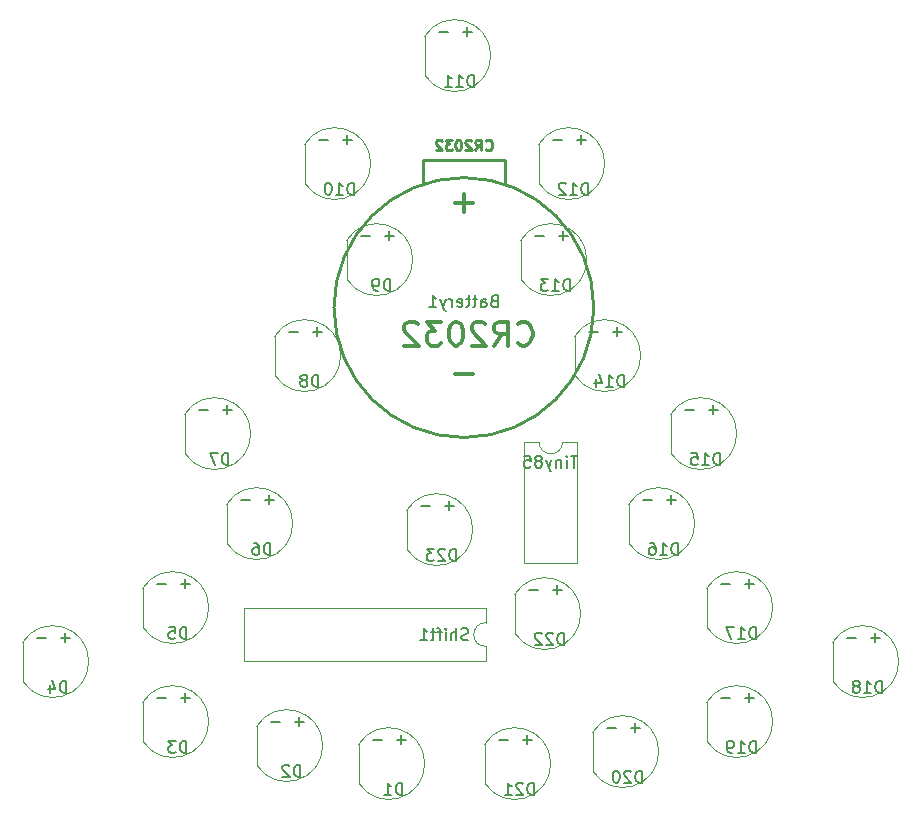
<source format=gbr>
G04 #@! TF.GenerationSoftware,KiCad,Pcbnew,(5.0.0)*
G04 #@! TF.CreationDate,2019-09-06T15:11:28-04:00*
G04 #@! TF.ProjectId,Christmas Tree,4368726973746D617320547265652E6B,rev?*
G04 #@! TF.SameCoordinates,Original*
G04 #@! TF.FileFunction,Legend,Bot*
G04 #@! TF.FilePolarity,Positive*
%FSLAX46Y46*%
G04 Gerber Fmt 4.6, Leading zero omitted, Abs format (unit mm)*
G04 Created by KiCad (PCBNEW (5.0.0)) date 09/06/19 15:11:28*
%MOMM*%
%LPD*%
G01*
G04 APERTURE LIST*
%ADD10C,0.220000*%
%ADD11C,0.250000*%
%ADD12C,0.120000*%
%ADD13C,0.150000*%
%ADD14C,0.300000*%
G04 APERTURE END LIST*
D10*
X134939809Y-79054285D02*
X134981714Y-79096190D01*
X135107428Y-79138095D01*
X135191238Y-79138095D01*
X135316952Y-79096190D01*
X135400761Y-79012380D01*
X135442666Y-78928571D01*
X135484571Y-78760952D01*
X135484571Y-78635238D01*
X135442666Y-78467619D01*
X135400761Y-78383809D01*
X135316952Y-78300000D01*
X135191238Y-78258095D01*
X135107428Y-78258095D01*
X134981714Y-78300000D01*
X134939809Y-78341904D01*
X134059809Y-79138095D02*
X134353142Y-78719047D01*
X134562666Y-79138095D02*
X134562666Y-78258095D01*
X134227428Y-78258095D01*
X134143619Y-78300000D01*
X134101714Y-78341904D01*
X134059809Y-78425714D01*
X134059809Y-78551428D01*
X134101714Y-78635238D01*
X134143619Y-78677142D01*
X134227428Y-78719047D01*
X134562666Y-78719047D01*
X133724571Y-78341904D02*
X133682666Y-78300000D01*
X133598857Y-78258095D01*
X133389333Y-78258095D01*
X133305523Y-78300000D01*
X133263619Y-78341904D01*
X133221714Y-78425714D01*
X133221714Y-78509523D01*
X133263619Y-78635238D01*
X133766476Y-79138095D01*
X133221714Y-79138095D01*
X132676952Y-78258095D02*
X132593142Y-78258095D01*
X132509333Y-78300000D01*
X132467428Y-78341904D01*
X132425523Y-78425714D01*
X132383619Y-78593333D01*
X132383619Y-78802857D01*
X132425523Y-78970476D01*
X132467428Y-79054285D01*
X132509333Y-79096190D01*
X132593142Y-79138095D01*
X132676952Y-79138095D01*
X132760761Y-79096190D01*
X132802666Y-79054285D01*
X132844571Y-78970476D01*
X132886476Y-78802857D01*
X132886476Y-78593333D01*
X132844571Y-78425714D01*
X132802666Y-78341904D01*
X132760761Y-78300000D01*
X132676952Y-78258095D01*
X132090285Y-78258095D02*
X131545523Y-78258095D01*
X131838857Y-78593333D01*
X131713142Y-78593333D01*
X131629333Y-78635238D01*
X131587428Y-78677142D01*
X131545523Y-78760952D01*
X131545523Y-78970476D01*
X131587428Y-79054285D01*
X131629333Y-79096190D01*
X131713142Y-79138095D01*
X131964571Y-79138095D01*
X132048380Y-79096190D01*
X132090285Y-79054285D01*
X131210285Y-78341904D02*
X131168380Y-78300000D01*
X131084571Y-78258095D01*
X130875047Y-78258095D01*
X130791238Y-78300000D01*
X130749333Y-78341904D01*
X130707428Y-78425714D01*
X130707428Y-78509523D01*
X130749333Y-78635238D01*
X131252190Y-79138095D01*
X130707428Y-79138095D01*
D11*
G04 #@! TO.C,Battery1*
X133096000Y-79956000D02*
X129596000Y-79956000D01*
X129596000Y-79956000D02*
X129596000Y-81956000D01*
X133096000Y-79956000D02*
X136096000Y-79956000D01*
X136096000Y-79956000D02*
X136596000Y-79956000D01*
X136596000Y-79956000D02*
X136596000Y-81956000D01*
X144096000Y-92456000D02*
G75*
G03X144096000Y-92456000I-11000000J0D01*
G01*
D12*
G04 #@! TO.C,D1*
X129785999Y-131065958D02*
G75*
G03X124186000Y-129424488I-3039999J1958D01*
G01*
X129785999Y-131062042D02*
G75*
G02X124186000Y-132703512I-3039999J-1958D01*
G01*
X124186000Y-129424488D02*
X124186000Y-132704488D01*
G04 #@! TO.C,D2*
X115550000Y-127900488D02*
X115550000Y-131180488D01*
X121149999Y-129538042D02*
G75*
G02X115550000Y-131179512I-3039999J-1958D01*
G01*
X121149999Y-129541958D02*
G75*
G03X115550000Y-127900488I-3039999J1958D01*
G01*
G04 #@! TO.C,D3*
X111497999Y-127509958D02*
G75*
G03X105898000Y-125868488I-3039999J1958D01*
G01*
X111497999Y-127506042D02*
G75*
G02X105898000Y-129147512I-3039999J-1958D01*
G01*
X105898000Y-125868488D02*
X105898000Y-129148488D01*
G04 #@! TO.C,D4*
X95738000Y-120788488D02*
X95738000Y-124068488D01*
X101337999Y-122426042D02*
G75*
G02X95738000Y-124067512I-3039999J-1958D01*
G01*
X101337999Y-122429958D02*
G75*
G03X95738000Y-120788488I-3039999J1958D01*
G01*
G04 #@! TO.C,D5*
X111497999Y-117857958D02*
G75*
G03X105898000Y-116216488I-3039999J1958D01*
G01*
X111497999Y-117854042D02*
G75*
G02X105898000Y-119495512I-3039999J-1958D01*
G01*
X105898000Y-116216488D02*
X105898000Y-119496488D01*
G04 #@! TO.C,D6*
X113010000Y-109104488D02*
X113010000Y-112384488D01*
X118609999Y-110742042D02*
G75*
G02X113010000Y-112383512I-3039999J-1958D01*
G01*
X118609999Y-110745958D02*
G75*
G03X113010000Y-109104488I-3039999J1958D01*
G01*
G04 #@! TO.C,D7*
X115053999Y-103125958D02*
G75*
G03X109454000Y-101484488I-3039999J1958D01*
G01*
X115053999Y-103122042D02*
G75*
G02X109454000Y-104763512I-3039999J-1958D01*
G01*
X109454000Y-101484488D02*
X109454000Y-104764488D01*
G04 #@! TO.C,D8*
X117074000Y-94880488D02*
X117074000Y-98160488D01*
X122673999Y-96518042D02*
G75*
G02X117074000Y-98159512I-3039999J-1958D01*
G01*
X122673999Y-96521958D02*
G75*
G03X117074000Y-94880488I-3039999J1958D01*
G01*
G04 #@! TO.C,D9*
X128769999Y-88393958D02*
G75*
G03X123170000Y-86752488I-3039999J1958D01*
G01*
X128769999Y-88390042D02*
G75*
G02X123170000Y-90031512I-3039999J-1958D01*
G01*
X123170000Y-86752488D02*
X123170000Y-90032488D01*
G04 #@! TO.C,D10*
X125213999Y-80265958D02*
G75*
G03X119614000Y-78624488I-3039999J1958D01*
G01*
X125213999Y-80262042D02*
G75*
G02X119614000Y-81903512I-3039999J-1958D01*
G01*
X119614000Y-78624488D02*
X119614000Y-81904488D01*
G04 #@! TO.C,D11*
X129774000Y-69480488D02*
X129774000Y-72760488D01*
X135373999Y-71118042D02*
G75*
G02X129774000Y-72759512I-3039999J-1958D01*
G01*
X135373999Y-71121958D02*
G75*
G03X129774000Y-69480488I-3039999J1958D01*
G01*
G04 #@! TO.C,D12*
X145025999Y-80265958D02*
G75*
G03X139426000Y-78624488I-3039999J1958D01*
G01*
X145025999Y-80262042D02*
G75*
G02X139426000Y-81903512I-3039999J-1958D01*
G01*
X139426000Y-78624488D02*
X139426000Y-81904488D01*
G04 #@! TO.C,D13*
X137902000Y-86752488D02*
X137902000Y-90032488D01*
X143501999Y-88390042D02*
G75*
G02X137902000Y-90031512I-3039999J-1958D01*
G01*
X143501999Y-88393958D02*
G75*
G03X137902000Y-86752488I-3039999J1958D01*
G01*
G04 #@! TO.C,D14*
X148073999Y-96521958D02*
G75*
G03X142474000Y-94880488I-3039999J1958D01*
G01*
X148073999Y-96518042D02*
G75*
G02X142474000Y-98159512I-3039999J-1958D01*
G01*
X142474000Y-94880488D02*
X142474000Y-98160488D01*
G04 #@! TO.C,D15*
X150602000Y-101484488D02*
X150602000Y-104764488D01*
X156201999Y-103122042D02*
G75*
G02X150602000Y-104763512I-3039999J-1958D01*
G01*
X156201999Y-103125958D02*
G75*
G03X150602000Y-101484488I-3039999J1958D01*
G01*
G04 #@! TO.C,D16*
X152645999Y-110745958D02*
G75*
G03X147046000Y-109104488I-3039999J1958D01*
G01*
X152645999Y-110742042D02*
G75*
G02X147046000Y-112383512I-3039999J-1958D01*
G01*
X147046000Y-109104488D02*
X147046000Y-112384488D01*
G04 #@! TO.C,D17*
X153650000Y-116216488D02*
X153650000Y-119496488D01*
X159249999Y-117854042D02*
G75*
G02X153650000Y-119495512I-3039999J-1958D01*
G01*
X159249999Y-117857958D02*
G75*
G03X153650000Y-116216488I-3039999J1958D01*
G01*
G04 #@! TO.C,D18*
X169917999Y-122429958D02*
G75*
G03X164318000Y-120788488I-3039999J1958D01*
G01*
X169917999Y-122426042D02*
G75*
G02X164318000Y-124067512I-3039999J-1958D01*
G01*
X164318000Y-120788488D02*
X164318000Y-124068488D01*
G04 #@! TO.C,D19*
X153650000Y-125868488D02*
X153650000Y-129148488D01*
X159249999Y-127506042D02*
G75*
G02X153650000Y-129147512I-3039999J-1958D01*
G01*
X159249999Y-127509958D02*
G75*
G03X153650000Y-125868488I-3039999J1958D01*
G01*
G04 #@! TO.C,D20*
X149597999Y-130049958D02*
G75*
G03X143998000Y-128408488I-3039999J1958D01*
G01*
X149597999Y-130046042D02*
G75*
G02X143998000Y-131687512I-3039999J-1958D01*
G01*
X143998000Y-128408488D02*
X143998000Y-131688488D01*
G04 #@! TO.C,D21*
X134854000Y-129424488D02*
X134854000Y-132704488D01*
X140453999Y-131062042D02*
G75*
G02X134854000Y-132703512I-3039999J-1958D01*
G01*
X140453999Y-131065958D02*
G75*
G03X134854000Y-129424488I-3039999J1958D01*
G01*
G04 #@! TO.C,D22*
X137394000Y-116724488D02*
X137394000Y-120004488D01*
X142993999Y-118362042D02*
G75*
G02X137394000Y-120003512I-3039999J-1958D01*
G01*
X142993999Y-118365958D02*
G75*
G03X137394000Y-116724488I-3039999J1958D01*
G01*
G04 #@! TO.C,D23*
X133849999Y-111253958D02*
G75*
G03X128250000Y-109612488I-3039999J1958D01*
G01*
X133849999Y-111250042D02*
G75*
G02X128250000Y-112891512I-3039999J-1958D01*
G01*
X128250000Y-109612488D02*
X128250000Y-112892488D01*
G04 #@! TO.C,Shift1*
X134934000Y-119142000D02*
G75*
G03X134934000Y-121142000I0J-1000000D01*
G01*
X134934000Y-121142000D02*
X134934000Y-122392000D01*
X134934000Y-122392000D02*
X114494000Y-122392000D01*
X114494000Y-122392000D02*
X114494000Y-117892000D01*
X114494000Y-117892000D02*
X134934000Y-117892000D01*
X134934000Y-117892000D02*
X134934000Y-119142000D01*
G04 #@! TO.C,Tiny85*
X138212000Y-103826000D02*
X139462000Y-103826000D01*
X138212000Y-114106000D02*
X138212000Y-103826000D01*
X142712000Y-114106000D02*
X138212000Y-114106000D01*
X142712000Y-103826000D02*
X142712000Y-114106000D01*
X141462000Y-103826000D02*
X142712000Y-103826000D01*
X139462000Y-103826000D02*
G75*
G03X141462000Y-103826000I1000000J0D01*
G01*
G04 #@! TO.C,Battery1*
D13*
X135643619Y-91884571D02*
X135500761Y-91932190D01*
X135453142Y-91979809D01*
X135405523Y-92075047D01*
X135405523Y-92217904D01*
X135453142Y-92313142D01*
X135500761Y-92360761D01*
X135596000Y-92408380D01*
X135976952Y-92408380D01*
X135976952Y-91408380D01*
X135643619Y-91408380D01*
X135548380Y-91456000D01*
X135500761Y-91503619D01*
X135453142Y-91598857D01*
X135453142Y-91694095D01*
X135500761Y-91789333D01*
X135548380Y-91836952D01*
X135643619Y-91884571D01*
X135976952Y-91884571D01*
X134548380Y-92408380D02*
X134548380Y-91884571D01*
X134596000Y-91789333D01*
X134691238Y-91741714D01*
X134881714Y-91741714D01*
X134976952Y-91789333D01*
X134548380Y-92360761D02*
X134643619Y-92408380D01*
X134881714Y-92408380D01*
X134976952Y-92360761D01*
X135024571Y-92265523D01*
X135024571Y-92170285D01*
X134976952Y-92075047D01*
X134881714Y-92027428D01*
X134643619Y-92027428D01*
X134548380Y-91979809D01*
X134215047Y-91741714D02*
X133834095Y-91741714D01*
X134072190Y-91408380D02*
X134072190Y-92265523D01*
X134024571Y-92360761D01*
X133929333Y-92408380D01*
X133834095Y-92408380D01*
X133643619Y-91741714D02*
X133262666Y-91741714D01*
X133500761Y-91408380D02*
X133500761Y-92265523D01*
X133453142Y-92360761D01*
X133357904Y-92408380D01*
X133262666Y-92408380D01*
X132548380Y-92360761D02*
X132643619Y-92408380D01*
X132834095Y-92408380D01*
X132929333Y-92360761D01*
X132976952Y-92265523D01*
X132976952Y-91884571D01*
X132929333Y-91789333D01*
X132834095Y-91741714D01*
X132643619Y-91741714D01*
X132548380Y-91789333D01*
X132500761Y-91884571D01*
X132500761Y-91979809D01*
X132976952Y-92075047D01*
X132072190Y-92408380D02*
X132072190Y-91741714D01*
X132072190Y-91932190D02*
X132024571Y-91836952D01*
X131976952Y-91789333D01*
X131881714Y-91741714D01*
X131786476Y-91741714D01*
X131548380Y-91741714D02*
X131310285Y-92408380D01*
X131072190Y-91741714D02*
X131310285Y-92408380D01*
X131405523Y-92646476D01*
X131453142Y-92694095D01*
X131548380Y-92741714D01*
X130167428Y-92408380D02*
X130738857Y-92408380D01*
X130453142Y-92408380D02*
X130453142Y-91408380D01*
X130548380Y-91551238D01*
X130643619Y-91646476D01*
X130738857Y-91694095D01*
D14*
X137670476Y-95484285D02*
X137765714Y-95579523D01*
X138051428Y-95674761D01*
X138241904Y-95674761D01*
X138527619Y-95579523D01*
X138718095Y-95389047D01*
X138813333Y-95198571D01*
X138908571Y-94817619D01*
X138908571Y-94531904D01*
X138813333Y-94150952D01*
X138718095Y-93960476D01*
X138527619Y-93770000D01*
X138241904Y-93674761D01*
X138051428Y-93674761D01*
X137765714Y-93770000D01*
X137670476Y-93865238D01*
X135670476Y-95674761D02*
X136337142Y-94722380D01*
X136813333Y-95674761D02*
X136813333Y-93674761D01*
X136051428Y-93674761D01*
X135860952Y-93770000D01*
X135765714Y-93865238D01*
X135670476Y-94055714D01*
X135670476Y-94341428D01*
X135765714Y-94531904D01*
X135860952Y-94627142D01*
X136051428Y-94722380D01*
X136813333Y-94722380D01*
X134908571Y-93865238D02*
X134813333Y-93770000D01*
X134622857Y-93674761D01*
X134146666Y-93674761D01*
X133956190Y-93770000D01*
X133860952Y-93865238D01*
X133765714Y-94055714D01*
X133765714Y-94246190D01*
X133860952Y-94531904D01*
X135003809Y-95674761D01*
X133765714Y-95674761D01*
X132527619Y-93674761D02*
X132337142Y-93674761D01*
X132146666Y-93770000D01*
X132051428Y-93865238D01*
X131956190Y-94055714D01*
X131860952Y-94436666D01*
X131860952Y-94912857D01*
X131956190Y-95293809D01*
X132051428Y-95484285D01*
X132146666Y-95579523D01*
X132337142Y-95674761D01*
X132527619Y-95674761D01*
X132718095Y-95579523D01*
X132813333Y-95484285D01*
X132908571Y-95293809D01*
X133003809Y-94912857D01*
X133003809Y-94436666D01*
X132908571Y-94055714D01*
X132813333Y-93865238D01*
X132718095Y-93770000D01*
X132527619Y-93674761D01*
X131194285Y-93674761D02*
X129956190Y-93674761D01*
X130622857Y-94436666D01*
X130337142Y-94436666D01*
X130146666Y-94531904D01*
X130051428Y-94627142D01*
X129956190Y-94817619D01*
X129956190Y-95293809D01*
X130051428Y-95484285D01*
X130146666Y-95579523D01*
X130337142Y-95674761D01*
X130908571Y-95674761D01*
X131099047Y-95579523D01*
X131194285Y-95484285D01*
X129194285Y-93865238D02*
X129099047Y-93770000D01*
X128908571Y-93674761D01*
X128432380Y-93674761D01*
X128241904Y-93770000D01*
X128146666Y-93865238D01*
X128051428Y-94055714D01*
X128051428Y-94246190D01*
X128146666Y-94531904D01*
X129289523Y-95674761D01*
X128051428Y-95674761D01*
X133857904Y-98098857D02*
X132334095Y-98098857D01*
X133857904Y-83598857D02*
X132334095Y-83598857D01*
X133096000Y-84360761D02*
X133096000Y-82836952D01*
G04 #@! TO.C,D1*
D13*
X127890495Y-133700780D02*
X127890495Y-132700780D01*
X127652400Y-132700780D01*
X127509542Y-132748400D01*
X127414304Y-132843638D01*
X127366685Y-132938876D01*
X127319066Y-133129352D01*
X127319066Y-133272209D01*
X127366685Y-133462685D01*
X127414304Y-133557923D01*
X127509542Y-133653161D01*
X127652400Y-133700780D01*
X127890495Y-133700780D01*
X126366685Y-133700780D02*
X126938114Y-133700780D01*
X126652400Y-133700780D02*
X126652400Y-132700780D01*
X126747638Y-132843638D01*
X126842876Y-132938876D01*
X126938114Y-132986495D01*
X128177752Y-129052628D02*
X127415847Y-129052628D01*
X127796800Y-129433580D02*
X127796800Y-128671676D01*
X126177752Y-129052628D02*
X125415847Y-129052628D01*
G04 #@! TO.C,D2*
X119254495Y-132176780D02*
X119254495Y-131176780D01*
X119016400Y-131176780D01*
X118873542Y-131224400D01*
X118778304Y-131319638D01*
X118730685Y-131414876D01*
X118683066Y-131605352D01*
X118683066Y-131748209D01*
X118730685Y-131938685D01*
X118778304Y-132033923D01*
X118873542Y-132129161D01*
X119016400Y-132176780D01*
X119254495Y-132176780D01*
X118302114Y-131272019D02*
X118254495Y-131224400D01*
X118159257Y-131176780D01*
X117921161Y-131176780D01*
X117825923Y-131224400D01*
X117778304Y-131272019D01*
X117730685Y-131367257D01*
X117730685Y-131462495D01*
X117778304Y-131605352D01*
X118349733Y-132176780D01*
X117730685Y-132176780D01*
X119541752Y-127528628D02*
X118779847Y-127528628D01*
X119160800Y-127909580D02*
X119160800Y-127147676D01*
X117541752Y-127528628D02*
X116779847Y-127528628D01*
G04 #@! TO.C,D3*
X109602495Y-130144780D02*
X109602495Y-129144780D01*
X109364400Y-129144780D01*
X109221542Y-129192400D01*
X109126304Y-129287638D01*
X109078685Y-129382876D01*
X109031066Y-129573352D01*
X109031066Y-129716209D01*
X109078685Y-129906685D01*
X109126304Y-130001923D01*
X109221542Y-130097161D01*
X109364400Y-130144780D01*
X109602495Y-130144780D01*
X108697733Y-129144780D02*
X108078685Y-129144780D01*
X108412019Y-129525733D01*
X108269161Y-129525733D01*
X108173923Y-129573352D01*
X108126304Y-129620971D01*
X108078685Y-129716209D01*
X108078685Y-129954304D01*
X108126304Y-130049542D01*
X108173923Y-130097161D01*
X108269161Y-130144780D01*
X108554876Y-130144780D01*
X108650114Y-130097161D01*
X108697733Y-130049542D01*
X109889752Y-125496628D02*
X109127847Y-125496628D01*
X109508800Y-125877580D02*
X109508800Y-125115676D01*
X107889752Y-125496628D02*
X107127847Y-125496628D01*
G04 #@! TO.C,D4*
X99442495Y-125064780D02*
X99442495Y-124064780D01*
X99204400Y-124064780D01*
X99061542Y-124112400D01*
X98966304Y-124207638D01*
X98918685Y-124302876D01*
X98871066Y-124493352D01*
X98871066Y-124636209D01*
X98918685Y-124826685D01*
X98966304Y-124921923D01*
X99061542Y-125017161D01*
X99204400Y-125064780D01*
X99442495Y-125064780D01*
X98013923Y-124398114D02*
X98013923Y-125064780D01*
X98252019Y-124017161D02*
X98490114Y-124731447D01*
X97871066Y-124731447D01*
X99729752Y-120416628D02*
X98967847Y-120416628D01*
X99348800Y-120797580D02*
X99348800Y-120035676D01*
X97729752Y-120416628D02*
X96967847Y-120416628D01*
G04 #@! TO.C,D5*
X109602495Y-120492780D02*
X109602495Y-119492780D01*
X109364400Y-119492780D01*
X109221542Y-119540400D01*
X109126304Y-119635638D01*
X109078685Y-119730876D01*
X109031066Y-119921352D01*
X109031066Y-120064209D01*
X109078685Y-120254685D01*
X109126304Y-120349923D01*
X109221542Y-120445161D01*
X109364400Y-120492780D01*
X109602495Y-120492780D01*
X108126304Y-119492780D02*
X108602495Y-119492780D01*
X108650114Y-119968971D01*
X108602495Y-119921352D01*
X108507257Y-119873733D01*
X108269161Y-119873733D01*
X108173923Y-119921352D01*
X108126304Y-119968971D01*
X108078685Y-120064209D01*
X108078685Y-120302304D01*
X108126304Y-120397542D01*
X108173923Y-120445161D01*
X108269161Y-120492780D01*
X108507257Y-120492780D01*
X108602495Y-120445161D01*
X108650114Y-120397542D01*
X109889752Y-115844628D02*
X109127847Y-115844628D01*
X109508800Y-116225580D02*
X109508800Y-115463676D01*
X107889752Y-115844628D02*
X107127847Y-115844628D01*
G04 #@! TO.C,D6*
X116714495Y-113380780D02*
X116714495Y-112380780D01*
X116476400Y-112380780D01*
X116333542Y-112428400D01*
X116238304Y-112523638D01*
X116190685Y-112618876D01*
X116143066Y-112809352D01*
X116143066Y-112952209D01*
X116190685Y-113142685D01*
X116238304Y-113237923D01*
X116333542Y-113333161D01*
X116476400Y-113380780D01*
X116714495Y-113380780D01*
X115285923Y-112380780D02*
X115476400Y-112380780D01*
X115571638Y-112428400D01*
X115619257Y-112476019D01*
X115714495Y-112618876D01*
X115762114Y-112809352D01*
X115762114Y-113190304D01*
X115714495Y-113285542D01*
X115666876Y-113333161D01*
X115571638Y-113380780D01*
X115381161Y-113380780D01*
X115285923Y-113333161D01*
X115238304Y-113285542D01*
X115190685Y-113190304D01*
X115190685Y-112952209D01*
X115238304Y-112856971D01*
X115285923Y-112809352D01*
X115381161Y-112761733D01*
X115571638Y-112761733D01*
X115666876Y-112809352D01*
X115714495Y-112856971D01*
X115762114Y-112952209D01*
X117001752Y-108732628D02*
X116239847Y-108732628D01*
X116620800Y-109113580D02*
X116620800Y-108351676D01*
X115001752Y-108732628D02*
X114239847Y-108732628D01*
G04 #@! TO.C,D7*
X113158495Y-105760780D02*
X113158495Y-104760780D01*
X112920400Y-104760780D01*
X112777542Y-104808400D01*
X112682304Y-104903638D01*
X112634685Y-104998876D01*
X112587066Y-105189352D01*
X112587066Y-105332209D01*
X112634685Y-105522685D01*
X112682304Y-105617923D01*
X112777542Y-105713161D01*
X112920400Y-105760780D01*
X113158495Y-105760780D01*
X112253733Y-104760780D02*
X111587066Y-104760780D01*
X112015638Y-105760780D01*
X113445752Y-101112628D02*
X112683847Y-101112628D01*
X113064800Y-101493580D02*
X113064800Y-100731676D01*
X111445752Y-101112628D02*
X110683847Y-101112628D01*
G04 #@! TO.C,D8*
X120778495Y-99156780D02*
X120778495Y-98156780D01*
X120540400Y-98156780D01*
X120397542Y-98204400D01*
X120302304Y-98299638D01*
X120254685Y-98394876D01*
X120207066Y-98585352D01*
X120207066Y-98728209D01*
X120254685Y-98918685D01*
X120302304Y-99013923D01*
X120397542Y-99109161D01*
X120540400Y-99156780D01*
X120778495Y-99156780D01*
X119635638Y-98585352D02*
X119730876Y-98537733D01*
X119778495Y-98490114D01*
X119826114Y-98394876D01*
X119826114Y-98347257D01*
X119778495Y-98252019D01*
X119730876Y-98204400D01*
X119635638Y-98156780D01*
X119445161Y-98156780D01*
X119349923Y-98204400D01*
X119302304Y-98252019D01*
X119254685Y-98347257D01*
X119254685Y-98394876D01*
X119302304Y-98490114D01*
X119349923Y-98537733D01*
X119445161Y-98585352D01*
X119635638Y-98585352D01*
X119730876Y-98632971D01*
X119778495Y-98680590D01*
X119826114Y-98775828D01*
X119826114Y-98966304D01*
X119778495Y-99061542D01*
X119730876Y-99109161D01*
X119635638Y-99156780D01*
X119445161Y-99156780D01*
X119349923Y-99109161D01*
X119302304Y-99061542D01*
X119254685Y-98966304D01*
X119254685Y-98775828D01*
X119302304Y-98680590D01*
X119349923Y-98632971D01*
X119445161Y-98585352D01*
X121065752Y-94508628D02*
X120303847Y-94508628D01*
X120684800Y-94889580D02*
X120684800Y-94127676D01*
X119065752Y-94508628D02*
X118303847Y-94508628D01*
G04 #@! TO.C,D9*
X126874495Y-91028780D02*
X126874495Y-90028780D01*
X126636400Y-90028780D01*
X126493542Y-90076400D01*
X126398304Y-90171638D01*
X126350685Y-90266876D01*
X126303066Y-90457352D01*
X126303066Y-90600209D01*
X126350685Y-90790685D01*
X126398304Y-90885923D01*
X126493542Y-90981161D01*
X126636400Y-91028780D01*
X126874495Y-91028780D01*
X125826876Y-91028780D02*
X125636400Y-91028780D01*
X125541161Y-90981161D01*
X125493542Y-90933542D01*
X125398304Y-90790685D01*
X125350685Y-90600209D01*
X125350685Y-90219257D01*
X125398304Y-90124019D01*
X125445923Y-90076400D01*
X125541161Y-90028780D01*
X125731638Y-90028780D01*
X125826876Y-90076400D01*
X125874495Y-90124019D01*
X125922114Y-90219257D01*
X125922114Y-90457352D01*
X125874495Y-90552590D01*
X125826876Y-90600209D01*
X125731638Y-90647828D01*
X125541161Y-90647828D01*
X125445923Y-90600209D01*
X125398304Y-90552590D01*
X125350685Y-90457352D01*
X127161752Y-86380628D02*
X126399847Y-86380628D01*
X126780800Y-86761580D02*
X126780800Y-85999676D01*
X125161752Y-86380628D02*
X124399847Y-86380628D01*
G04 #@! TO.C,D10*
X123794685Y-82900780D02*
X123794685Y-81900780D01*
X123556590Y-81900780D01*
X123413733Y-81948400D01*
X123318495Y-82043638D01*
X123270876Y-82138876D01*
X123223257Y-82329352D01*
X123223257Y-82472209D01*
X123270876Y-82662685D01*
X123318495Y-82757923D01*
X123413733Y-82853161D01*
X123556590Y-82900780D01*
X123794685Y-82900780D01*
X122270876Y-82900780D02*
X122842304Y-82900780D01*
X122556590Y-82900780D02*
X122556590Y-81900780D01*
X122651828Y-82043638D01*
X122747066Y-82138876D01*
X122842304Y-82186495D01*
X121651828Y-81900780D02*
X121556590Y-81900780D01*
X121461352Y-81948400D01*
X121413733Y-81996019D01*
X121366114Y-82091257D01*
X121318495Y-82281733D01*
X121318495Y-82519828D01*
X121366114Y-82710304D01*
X121413733Y-82805542D01*
X121461352Y-82853161D01*
X121556590Y-82900780D01*
X121651828Y-82900780D01*
X121747066Y-82853161D01*
X121794685Y-82805542D01*
X121842304Y-82710304D01*
X121889923Y-82519828D01*
X121889923Y-82281733D01*
X121842304Y-82091257D01*
X121794685Y-81996019D01*
X121747066Y-81948400D01*
X121651828Y-81900780D01*
X123605752Y-78252628D02*
X122843847Y-78252628D01*
X123224800Y-78633580D02*
X123224800Y-77871676D01*
X121605752Y-78252628D02*
X120843847Y-78252628D01*
G04 #@! TO.C,D11*
X133954685Y-73756780D02*
X133954685Y-72756780D01*
X133716590Y-72756780D01*
X133573733Y-72804400D01*
X133478495Y-72899638D01*
X133430876Y-72994876D01*
X133383257Y-73185352D01*
X133383257Y-73328209D01*
X133430876Y-73518685D01*
X133478495Y-73613923D01*
X133573733Y-73709161D01*
X133716590Y-73756780D01*
X133954685Y-73756780D01*
X132430876Y-73756780D02*
X133002304Y-73756780D01*
X132716590Y-73756780D02*
X132716590Y-72756780D01*
X132811828Y-72899638D01*
X132907066Y-72994876D01*
X133002304Y-73042495D01*
X131478495Y-73756780D02*
X132049923Y-73756780D01*
X131764209Y-73756780D02*
X131764209Y-72756780D01*
X131859447Y-72899638D01*
X131954685Y-72994876D01*
X132049923Y-73042495D01*
X133765752Y-69108628D02*
X133003847Y-69108628D01*
X133384800Y-69489580D02*
X133384800Y-68727676D01*
X131765752Y-69108628D02*
X131003847Y-69108628D01*
G04 #@! TO.C,D12*
X143606685Y-82900780D02*
X143606685Y-81900780D01*
X143368590Y-81900780D01*
X143225733Y-81948400D01*
X143130495Y-82043638D01*
X143082876Y-82138876D01*
X143035257Y-82329352D01*
X143035257Y-82472209D01*
X143082876Y-82662685D01*
X143130495Y-82757923D01*
X143225733Y-82853161D01*
X143368590Y-82900780D01*
X143606685Y-82900780D01*
X142082876Y-82900780D02*
X142654304Y-82900780D01*
X142368590Y-82900780D02*
X142368590Y-81900780D01*
X142463828Y-82043638D01*
X142559066Y-82138876D01*
X142654304Y-82186495D01*
X141701923Y-81996019D02*
X141654304Y-81948400D01*
X141559066Y-81900780D01*
X141320971Y-81900780D01*
X141225733Y-81948400D01*
X141178114Y-81996019D01*
X141130495Y-82091257D01*
X141130495Y-82186495D01*
X141178114Y-82329352D01*
X141749542Y-82900780D01*
X141130495Y-82900780D01*
X143417752Y-78252628D02*
X142655847Y-78252628D01*
X143036800Y-78633580D02*
X143036800Y-77871676D01*
X141417752Y-78252628D02*
X140655847Y-78252628D01*
G04 #@! TO.C,D13*
X142082685Y-91028780D02*
X142082685Y-90028780D01*
X141844590Y-90028780D01*
X141701733Y-90076400D01*
X141606495Y-90171638D01*
X141558876Y-90266876D01*
X141511257Y-90457352D01*
X141511257Y-90600209D01*
X141558876Y-90790685D01*
X141606495Y-90885923D01*
X141701733Y-90981161D01*
X141844590Y-91028780D01*
X142082685Y-91028780D01*
X140558876Y-91028780D02*
X141130304Y-91028780D01*
X140844590Y-91028780D02*
X140844590Y-90028780D01*
X140939828Y-90171638D01*
X141035066Y-90266876D01*
X141130304Y-90314495D01*
X140225542Y-90028780D02*
X139606495Y-90028780D01*
X139939828Y-90409733D01*
X139796971Y-90409733D01*
X139701733Y-90457352D01*
X139654114Y-90504971D01*
X139606495Y-90600209D01*
X139606495Y-90838304D01*
X139654114Y-90933542D01*
X139701733Y-90981161D01*
X139796971Y-91028780D01*
X140082685Y-91028780D01*
X140177923Y-90981161D01*
X140225542Y-90933542D01*
X141893752Y-86380628D02*
X141131847Y-86380628D01*
X141512800Y-86761580D02*
X141512800Y-85999676D01*
X139893752Y-86380628D02*
X139131847Y-86380628D01*
G04 #@! TO.C,D14*
X146654685Y-99156780D02*
X146654685Y-98156780D01*
X146416590Y-98156780D01*
X146273733Y-98204400D01*
X146178495Y-98299638D01*
X146130876Y-98394876D01*
X146083257Y-98585352D01*
X146083257Y-98728209D01*
X146130876Y-98918685D01*
X146178495Y-99013923D01*
X146273733Y-99109161D01*
X146416590Y-99156780D01*
X146654685Y-99156780D01*
X145130876Y-99156780D02*
X145702304Y-99156780D01*
X145416590Y-99156780D02*
X145416590Y-98156780D01*
X145511828Y-98299638D01*
X145607066Y-98394876D01*
X145702304Y-98442495D01*
X144273733Y-98490114D02*
X144273733Y-99156780D01*
X144511828Y-98109161D02*
X144749923Y-98823447D01*
X144130876Y-98823447D01*
X146465752Y-94508628D02*
X145703847Y-94508628D01*
X146084800Y-94889580D02*
X146084800Y-94127676D01*
X144465752Y-94508628D02*
X143703847Y-94508628D01*
G04 #@! TO.C,D15*
X154782685Y-105760780D02*
X154782685Y-104760780D01*
X154544590Y-104760780D01*
X154401733Y-104808400D01*
X154306495Y-104903638D01*
X154258876Y-104998876D01*
X154211257Y-105189352D01*
X154211257Y-105332209D01*
X154258876Y-105522685D01*
X154306495Y-105617923D01*
X154401733Y-105713161D01*
X154544590Y-105760780D01*
X154782685Y-105760780D01*
X153258876Y-105760780D02*
X153830304Y-105760780D01*
X153544590Y-105760780D02*
X153544590Y-104760780D01*
X153639828Y-104903638D01*
X153735066Y-104998876D01*
X153830304Y-105046495D01*
X152354114Y-104760780D02*
X152830304Y-104760780D01*
X152877923Y-105236971D01*
X152830304Y-105189352D01*
X152735066Y-105141733D01*
X152496971Y-105141733D01*
X152401733Y-105189352D01*
X152354114Y-105236971D01*
X152306495Y-105332209D01*
X152306495Y-105570304D01*
X152354114Y-105665542D01*
X152401733Y-105713161D01*
X152496971Y-105760780D01*
X152735066Y-105760780D01*
X152830304Y-105713161D01*
X152877923Y-105665542D01*
X154593752Y-101112628D02*
X153831847Y-101112628D01*
X154212800Y-101493580D02*
X154212800Y-100731676D01*
X152593752Y-101112628D02*
X151831847Y-101112628D01*
G04 #@! TO.C,D16*
X151226685Y-113380780D02*
X151226685Y-112380780D01*
X150988590Y-112380780D01*
X150845733Y-112428400D01*
X150750495Y-112523638D01*
X150702876Y-112618876D01*
X150655257Y-112809352D01*
X150655257Y-112952209D01*
X150702876Y-113142685D01*
X150750495Y-113237923D01*
X150845733Y-113333161D01*
X150988590Y-113380780D01*
X151226685Y-113380780D01*
X149702876Y-113380780D02*
X150274304Y-113380780D01*
X149988590Y-113380780D02*
X149988590Y-112380780D01*
X150083828Y-112523638D01*
X150179066Y-112618876D01*
X150274304Y-112666495D01*
X148845733Y-112380780D02*
X149036209Y-112380780D01*
X149131447Y-112428400D01*
X149179066Y-112476019D01*
X149274304Y-112618876D01*
X149321923Y-112809352D01*
X149321923Y-113190304D01*
X149274304Y-113285542D01*
X149226685Y-113333161D01*
X149131447Y-113380780D01*
X148940971Y-113380780D01*
X148845733Y-113333161D01*
X148798114Y-113285542D01*
X148750495Y-113190304D01*
X148750495Y-112952209D01*
X148798114Y-112856971D01*
X148845733Y-112809352D01*
X148940971Y-112761733D01*
X149131447Y-112761733D01*
X149226685Y-112809352D01*
X149274304Y-112856971D01*
X149321923Y-112952209D01*
X151037752Y-108732628D02*
X150275847Y-108732628D01*
X150656800Y-109113580D02*
X150656800Y-108351676D01*
X149037752Y-108732628D02*
X148275847Y-108732628D01*
G04 #@! TO.C,D17*
X157830685Y-120492780D02*
X157830685Y-119492780D01*
X157592590Y-119492780D01*
X157449733Y-119540400D01*
X157354495Y-119635638D01*
X157306876Y-119730876D01*
X157259257Y-119921352D01*
X157259257Y-120064209D01*
X157306876Y-120254685D01*
X157354495Y-120349923D01*
X157449733Y-120445161D01*
X157592590Y-120492780D01*
X157830685Y-120492780D01*
X156306876Y-120492780D02*
X156878304Y-120492780D01*
X156592590Y-120492780D02*
X156592590Y-119492780D01*
X156687828Y-119635638D01*
X156783066Y-119730876D01*
X156878304Y-119778495D01*
X155973542Y-119492780D02*
X155306876Y-119492780D01*
X155735447Y-120492780D01*
X157641752Y-115844628D02*
X156879847Y-115844628D01*
X157260800Y-116225580D02*
X157260800Y-115463676D01*
X155641752Y-115844628D02*
X154879847Y-115844628D01*
G04 #@! TO.C,D18*
X168498685Y-125064780D02*
X168498685Y-124064780D01*
X168260590Y-124064780D01*
X168117733Y-124112400D01*
X168022495Y-124207638D01*
X167974876Y-124302876D01*
X167927257Y-124493352D01*
X167927257Y-124636209D01*
X167974876Y-124826685D01*
X168022495Y-124921923D01*
X168117733Y-125017161D01*
X168260590Y-125064780D01*
X168498685Y-125064780D01*
X166974876Y-125064780D02*
X167546304Y-125064780D01*
X167260590Y-125064780D02*
X167260590Y-124064780D01*
X167355828Y-124207638D01*
X167451066Y-124302876D01*
X167546304Y-124350495D01*
X166403447Y-124493352D02*
X166498685Y-124445733D01*
X166546304Y-124398114D01*
X166593923Y-124302876D01*
X166593923Y-124255257D01*
X166546304Y-124160019D01*
X166498685Y-124112400D01*
X166403447Y-124064780D01*
X166212971Y-124064780D01*
X166117733Y-124112400D01*
X166070114Y-124160019D01*
X166022495Y-124255257D01*
X166022495Y-124302876D01*
X166070114Y-124398114D01*
X166117733Y-124445733D01*
X166212971Y-124493352D01*
X166403447Y-124493352D01*
X166498685Y-124540971D01*
X166546304Y-124588590D01*
X166593923Y-124683828D01*
X166593923Y-124874304D01*
X166546304Y-124969542D01*
X166498685Y-125017161D01*
X166403447Y-125064780D01*
X166212971Y-125064780D01*
X166117733Y-125017161D01*
X166070114Y-124969542D01*
X166022495Y-124874304D01*
X166022495Y-124683828D01*
X166070114Y-124588590D01*
X166117733Y-124540971D01*
X166212971Y-124493352D01*
X168309752Y-120416628D02*
X167547847Y-120416628D01*
X167928800Y-120797580D02*
X167928800Y-120035676D01*
X166309752Y-120416628D02*
X165547847Y-120416628D01*
G04 #@! TO.C,D19*
X157830685Y-130144780D02*
X157830685Y-129144780D01*
X157592590Y-129144780D01*
X157449733Y-129192400D01*
X157354495Y-129287638D01*
X157306876Y-129382876D01*
X157259257Y-129573352D01*
X157259257Y-129716209D01*
X157306876Y-129906685D01*
X157354495Y-130001923D01*
X157449733Y-130097161D01*
X157592590Y-130144780D01*
X157830685Y-130144780D01*
X156306876Y-130144780D02*
X156878304Y-130144780D01*
X156592590Y-130144780D02*
X156592590Y-129144780D01*
X156687828Y-129287638D01*
X156783066Y-129382876D01*
X156878304Y-129430495D01*
X155830685Y-130144780D02*
X155640209Y-130144780D01*
X155544971Y-130097161D01*
X155497352Y-130049542D01*
X155402114Y-129906685D01*
X155354495Y-129716209D01*
X155354495Y-129335257D01*
X155402114Y-129240019D01*
X155449733Y-129192400D01*
X155544971Y-129144780D01*
X155735447Y-129144780D01*
X155830685Y-129192400D01*
X155878304Y-129240019D01*
X155925923Y-129335257D01*
X155925923Y-129573352D01*
X155878304Y-129668590D01*
X155830685Y-129716209D01*
X155735447Y-129763828D01*
X155544971Y-129763828D01*
X155449733Y-129716209D01*
X155402114Y-129668590D01*
X155354495Y-129573352D01*
X157641752Y-125496628D02*
X156879847Y-125496628D01*
X157260800Y-125877580D02*
X157260800Y-125115676D01*
X155641752Y-125496628D02*
X154879847Y-125496628D01*
G04 #@! TO.C,D20*
X148178685Y-132684780D02*
X148178685Y-131684780D01*
X147940590Y-131684780D01*
X147797733Y-131732400D01*
X147702495Y-131827638D01*
X147654876Y-131922876D01*
X147607257Y-132113352D01*
X147607257Y-132256209D01*
X147654876Y-132446685D01*
X147702495Y-132541923D01*
X147797733Y-132637161D01*
X147940590Y-132684780D01*
X148178685Y-132684780D01*
X147226304Y-131780019D02*
X147178685Y-131732400D01*
X147083447Y-131684780D01*
X146845352Y-131684780D01*
X146750114Y-131732400D01*
X146702495Y-131780019D01*
X146654876Y-131875257D01*
X146654876Y-131970495D01*
X146702495Y-132113352D01*
X147273923Y-132684780D01*
X146654876Y-132684780D01*
X146035828Y-131684780D02*
X145940590Y-131684780D01*
X145845352Y-131732400D01*
X145797733Y-131780019D01*
X145750114Y-131875257D01*
X145702495Y-132065733D01*
X145702495Y-132303828D01*
X145750114Y-132494304D01*
X145797733Y-132589542D01*
X145845352Y-132637161D01*
X145940590Y-132684780D01*
X146035828Y-132684780D01*
X146131066Y-132637161D01*
X146178685Y-132589542D01*
X146226304Y-132494304D01*
X146273923Y-132303828D01*
X146273923Y-132065733D01*
X146226304Y-131875257D01*
X146178685Y-131780019D01*
X146131066Y-131732400D01*
X146035828Y-131684780D01*
X147989752Y-128036628D02*
X147227847Y-128036628D01*
X147608800Y-128417580D02*
X147608800Y-127655676D01*
X145989752Y-128036628D02*
X145227847Y-128036628D01*
G04 #@! TO.C,D21*
X139034685Y-133700780D02*
X139034685Y-132700780D01*
X138796590Y-132700780D01*
X138653733Y-132748400D01*
X138558495Y-132843638D01*
X138510876Y-132938876D01*
X138463257Y-133129352D01*
X138463257Y-133272209D01*
X138510876Y-133462685D01*
X138558495Y-133557923D01*
X138653733Y-133653161D01*
X138796590Y-133700780D01*
X139034685Y-133700780D01*
X138082304Y-132796019D02*
X138034685Y-132748400D01*
X137939447Y-132700780D01*
X137701352Y-132700780D01*
X137606114Y-132748400D01*
X137558495Y-132796019D01*
X137510876Y-132891257D01*
X137510876Y-132986495D01*
X137558495Y-133129352D01*
X138129923Y-133700780D01*
X137510876Y-133700780D01*
X136558495Y-133700780D02*
X137129923Y-133700780D01*
X136844209Y-133700780D02*
X136844209Y-132700780D01*
X136939447Y-132843638D01*
X137034685Y-132938876D01*
X137129923Y-132986495D01*
X138845752Y-129052628D02*
X138083847Y-129052628D01*
X138464800Y-129433580D02*
X138464800Y-128671676D01*
X136845752Y-129052628D02*
X136083847Y-129052628D01*
G04 #@! TO.C,D22*
X141574685Y-121000780D02*
X141574685Y-120000780D01*
X141336590Y-120000780D01*
X141193733Y-120048400D01*
X141098495Y-120143638D01*
X141050876Y-120238876D01*
X141003257Y-120429352D01*
X141003257Y-120572209D01*
X141050876Y-120762685D01*
X141098495Y-120857923D01*
X141193733Y-120953161D01*
X141336590Y-121000780D01*
X141574685Y-121000780D01*
X140622304Y-120096019D02*
X140574685Y-120048400D01*
X140479447Y-120000780D01*
X140241352Y-120000780D01*
X140146114Y-120048400D01*
X140098495Y-120096019D01*
X140050876Y-120191257D01*
X140050876Y-120286495D01*
X140098495Y-120429352D01*
X140669923Y-121000780D01*
X140050876Y-121000780D01*
X139669923Y-120096019D02*
X139622304Y-120048400D01*
X139527066Y-120000780D01*
X139288971Y-120000780D01*
X139193733Y-120048400D01*
X139146114Y-120096019D01*
X139098495Y-120191257D01*
X139098495Y-120286495D01*
X139146114Y-120429352D01*
X139717542Y-121000780D01*
X139098495Y-121000780D01*
X141385752Y-116352628D02*
X140623847Y-116352628D01*
X141004800Y-116733580D02*
X141004800Y-115971676D01*
X139385752Y-116352628D02*
X138623847Y-116352628D01*
G04 #@! TO.C,D23*
X132430685Y-113888780D02*
X132430685Y-112888780D01*
X132192590Y-112888780D01*
X132049733Y-112936400D01*
X131954495Y-113031638D01*
X131906876Y-113126876D01*
X131859257Y-113317352D01*
X131859257Y-113460209D01*
X131906876Y-113650685D01*
X131954495Y-113745923D01*
X132049733Y-113841161D01*
X132192590Y-113888780D01*
X132430685Y-113888780D01*
X131478304Y-112984019D02*
X131430685Y-112936400D01*
X131335447Y-112888780D01*
X131097352Y-112888780D01*
X131002114Y-112936400D01*
X130954495Y-112984019D01*
X130906876Y-113079257D01*
X130906876Y-113174495D01*
X130954495Y-113317352D01*
X131525923Y-113888780D01*
X130906876Y-113888780D01*
X130573542Y-112888780D02*
X129954495Y-112888780D01*
X130287828Y-113269733D01*
X130144971Y-113269733D01*
X130049733Y-113317352D01*
X130002114Y-113364971D01*
X129954495Y-113460209D01*
X129954495Y-113698304D01*
X130002114Y-113793542D01*
X130049733Y-113841161D01*
X130144971Y-113888780D01*
X130430685Y-113888780D01*
X130525923Y-113841161D01*
X130573542Y-113793542D01*
X132241752Y-109240628D02*
X131479847Y-109240628D01*
X131860800Y-109621580D02*
X131860800Y-108859676D01*
X130241752Y-109240628D02*
X129479847Y-109240628D01*
G04 #@! TO.C,Shift1*
X133463809Y-120574761D02*
X133320952Y-120622380D01*
X133082857Y-120622380D01*
X132987619Y-120574761D01*
X132940000Y-120527142D01*
X132892380Y-120431904D01*
X132892380Y-120336666D01*
X132940000Y-120241428D01*
X132987619Y-120193809D01*
X133082857Y-120146190D01*
X133273333Y-120098571D01*
X133368571Y-120050952D01*
X133416190Y-120003333D01*
X133463809Y-119908095D01*
X133463809Y-119812857D01*
X133416190Y-119717619D01*
X133368571Y-119670000D01*
X133273333Y-119622380D01*
X133035238Y-119622380D01*
X132892380Y-119670000D01*
X132463809Y-120622380D02*
X132463809Y-119622380D01*
X132035238Y-120622380D02*
X132035238Y-120098571D01*
X132082857Y-120003333D01*
X132178095Y-119955714D01*
X132320952Y-119955714D01*
X132416190Y-120003333D01*
X132463809Y-120050952D01*
X131559047Y-120622380D02*
X131559047Y-119955714D01*
X131559047Y-119622380D02*
X131606666Y-119670000D01*
X131559047Y-119717619D01*
X131511428Y-119670000D01*
X131559047Y-119622380D01*
X131559047Y-119717619D01*
X131225714Y-119955714D02*
X130844761Y-119955714D01*
X131082857Y-120622380D02*
X131082857Y-119765238D01*
X131035238Y-119670000D01*
X130940000Y-119622380D01*
X130844761Y-119622380D01*
X130654285Y-119955714D02*
X130273333Y-119955714D01*
X130511428Y-119622380D02*
X130511428Y-120479523D01*
X130463809Y-120574761D01*
X130368571Y-120622380D01*
X130273333Y-120622380D01*
X129416190Y-120622380D02*
X129987619Y-120622380D01*
X129701904Y-120622380D02*
X129701904Y-119622380D01*
X129797142Y-119765238D01*
X129892380Y-119860476D01*
X129987619Y-119908095D01*
G04 #@! TO.C,Tiny85*
X142699523Y-105002380D02*
X142128095Y-105002380D01*
X142413809Y-106002380D02*
X142413809Y-105002380D01*
X141794761Y-106002380D02*
X141794761Y-105335714D01*
X141794761Y-105002380D02*
X141842380Y-105050000D01*
X141794761Y-105097619D01*
X141747142Y-105050000D01*
X141794761Y-105002380D01*
X141794761Y-105097619D01*
X141318571Y-105335714D02*
X141318571Y-106002380D01*
X141318571Y-105430952D02*
X141270952Y-105383333D01*
X141175714Y-105335714D01*
X141032857Y-105335714D01*
X140937619Y-105383333D01*
X140890000Y-105478571D01*
X140890000Y-106002380D01*
X140509047Y-105335714D02*
X140270952Y-106002380D01*
X140032857Y-105335714D02*
X140270952Y-106002380D01*
X140366190Y-106240476D01*
X140413809Y-106288095D01*
X140509047Y-106335714D01*
X139509047Y-105430952D02*
X139604285Y-105383333D01*
X139651904Y-105335714D01*
X139699523Y-105240476D01*
X139699523Y-105192857D01*
X139651904Y-105097619D01*
X139604285Y-105050000D01*
X139509047Y-105002380D01*
X139318571Y-105002380D01*
X139223333Y-105050000D01*
X139175714Y-105097619D01*
X139128095Y-105192857D01*
X139128095Y-105240476D01*
X139175714Y-105335714D01*
X139223333Y-105383333D01*
X139318571Y-105430952D01*
X139509047Y-105430952D01*
X139604285Y-105478571D01*
X139651904Y-105526190D01*
X139699523Y-105621428D01*
X139699523Y-105811904D01*
X139651904Y-105907142D01*
X139604285Y-105954761D01*
X139509047Y-106002380D01*
X139318571Y-106002380D01*
X139223333Y-105954761D01*
X139175714Y-105907142D01*
X139128095Y-105811904D01*
X139128095Y-105621428D01*
X139175714Y-105526190D01*
X139223333Y-105478571D01*
X139318571Y-105430952D01*
X138223333Y-105002380D02*
X138699523Y-105002380D01*
X138747142Y-105478571D01*
X138699523Y-105430952D01*
X138604285Y-105383333D01*
X138366190Y-105383333D01*
X138270952Y-105430952D01*
X138223333Y-105478571D01*
X138175714Y-105573809D01*
X138175714Y-105811904D01*
X138223333Y-105907142D01*
X138270952Y-105954761D01*
X138366190Y-106002380D01*
X138604285Y-106002380D01*
X138699523Y-105954761D01*
X138747142Y-105907142D01*
G04 #@! TD*
M02*

</source>
